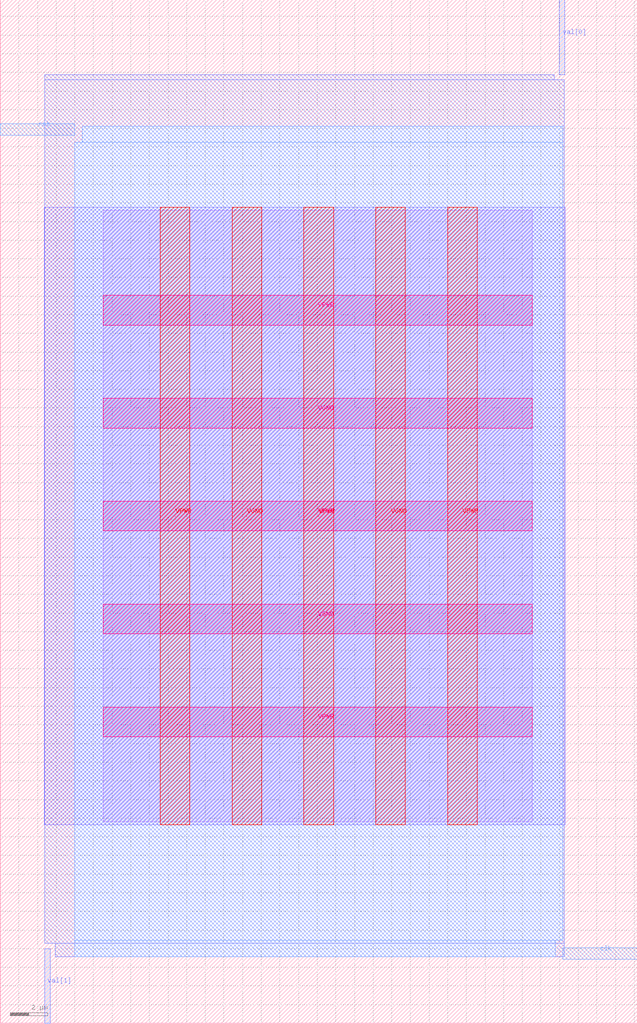
<source format=lef>
VERSION 5.7 ;
  NOWIREEXTENSIONATPIN ON ;
  DIVIDERCHAR "/" ;
  BUSBITCHARS "[]" ;
MACRO test_1
  CLASS BLOCK ;
  FOREIGN test_1 ;
  ORIGIN 0.000 0.000 ;
  SIZE 34.165 BY 54.885 ;
  PIN clk
    DIRECTION INPUT ;
    USE SIGNAL ;
    PORT
      LAYER met3 ;
        RECT 30.165 3.440 34.165 4.040 ;
    END
  END clk
  PIN rst
    DIRECTION INPUT ;
    USE SIGNAL ;
    PORT
      LAYER met3 ;
        RECT 0.000 47.640 4.000 48.240 ;
    END
  END rst
  PIN val[0]
    DIRECTION OUTPUT TRISTATE ;
    USE SIGNAL ;
    PORT
      LAYER met2 ;
        RECT 29.990 50.885 30.270 54.885 ;
    END
  END val[0]
  PIN val[1]
    DIRECTION OUTPUT TRISTATE ;
    USE SIGNAL ;
    PORT
      LAYER met2 ;
        RECT 2.390 0.000 2.670 4.000 ;
    END
  END val[1]
  PIN VPWR
    DIRECTION INOUT ;
    USE POWER ;
    PORT
      LAYER met4 ;
        RECT 23.990 10.640 25.590 43.760 ;
    END
  END VPWR
  PIN VPWR
    DIRECTION INOUT ;
    USE POWER ;
    PORT
      LAYER met4 ;
        RECT 16.280 10.640 17.880 43.760 ;
    END
  END VPWR
  PIN VPWR
    DIRECTION INOUT ;
    USE POWER ;
    PORT
      LAYER met4 ;
        RECT 8.575 10.640 10.175 43.760 ;
    END
  END VPWR
  PIN VPWR
    DIRECTION INOUT ;
    USE POWER ;
    PORT
      LAYER met5 ;
        RECT 5.520 37.445 28.520 39.045 ;
    END
  END VPWR
  PIN VPWR
    DIRECTION INOUT ;
    USE POWER ;
    PORT
      LAYER met5 ;
        RECT 5.520 26.405 28.520 28.005 ;
    END
  END VPWR
  PIN VPWR
    DIRECTION INOUT ;
    USE POWER ;
    PORT
      LAYER met5 ;
        RECT 5.520 15.360 28.520 16.960 ;
    END
  END VPWR
  PIN VGND
    DIRECTION INOUT ;
    USE GROUND ;
    PORT
      LAYER met4 ;
        RECT 20.135 10.640 21.735 43.760 ;
    END
  END VGND
  PIN VGND
    DIRECTION INOUT ;
    USE GROUND ;
    PORT
      LAYER met4 ;
        RECT 12.430 10.640 14.030 43.760 ;
    END
  END VGND
  PIN VGND
    DIRECTION INOUT ;
    USE GROUND ;
    PORT
      LAYER met5 ;
        RECT 5.520 31.925 28.520 33.525 ;
    END
  END VGND
  PIN VGND
    DIRECTION INOUT ;
    USE GROUND ;
    PORT
      LAYER met5 ;
        RECT 5.520 20.880 28.520 22.480 ;
    END
  END VGND
  OBS
      LAYER li1 ;
        RECT 5.520 10.795 28.520 43.605 ;
      LAYER met1 ;
        RECT 2.370 10.640 30.290 43.760 ;
      LAYER met2 ;
        RECT 2.400 50.605 29.710 50.885 ;
        RECT 2.400 4.280 30.260 50.605 ;
        RECT 2.950 3.555 30.260 4.280 ;
      LAYER met3 ;
        RECT 4.400 47.240 30.165 48.105 ;
        RECT 4.000 4.440 30.165 47.240 ;
        RECT 4.000 3.575 29.765 4.440 ;
  END
END test_1
END LIBRARY


</source>
